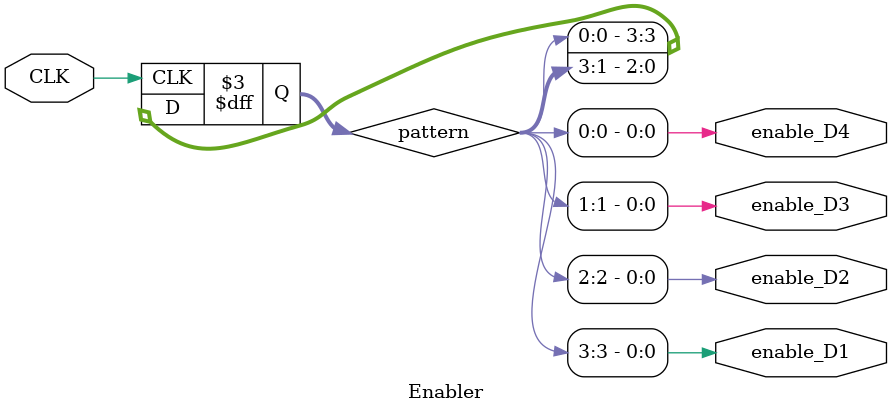
<source format=v>
`timescale 1ns / 1ps


module Enabler(
input CLK,
    output enable_D1,
    output enable_D2,
    output enable_D3,
    output enable_D4
    );
    
    reg [3:0] pattern = 4'b0111;
    
    assign enable_D1 = pattern[3];
    
    assign enable_D2 = pattern[2];
    assign enable_D3 = pattern[1];
    assign enable_D4 = pattern[0];
       
    //Shift each Vector
    always @(posedge CLK) begin
        pattern <= {pattern[0],pattern[3:1]};
    end
       
endmodule

</source>
